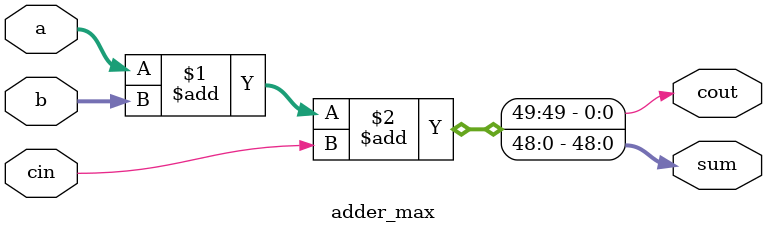
<source format=v>

parameter size = 49;  /* declare a parameter. default required */
module wrapper_adder_columns(cout,sum,a,b,cin);

input [size*2-1:0]a,b;
output [size*2-1:0]sum;
input [1:0]cin;
output [1:0]cout;

adder_max ad1(.a(a[size-1:0]),.b(b[size-1:0]),.cin(cin[0]),.sum(sum[size-1:0]),.cout(cout[0]));
adder_max ad2(.a(a[size*2-1:size]),.b(b[size*2-1:size]),.cin(cin[1]),.sum(sum[size*2-1:size]),.cout(cout[1]));

endmodule



module adder_max(cout, sum, a, b, cin);
output cout;
output [size-1:0] sum; 	 // sum uses the size parameter
input cin;
input [size-1:0] a, b;  // 'a' and 'b' use the size parameter

assign {cout, sum} = a + b + cin;

endmodule











</source>
